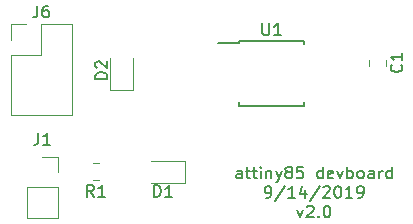
<source format=gbr>
G04 #@! TF.GenerationSoftware,KiCad,Pcbnew,(5.1.2)-1*
G04 #@! TF.CreationDate,2019-09-14T09:46:05-05:00*
G04 #@! TF.ProjectId,attiny-devboard,61747469-6e79-42d6-9465-76626f617264,rev?*
G04 #@! TF.SameCoordinates,Original*
G04 #@! TF.FileFunction,Legend,Top*
G04 #@! TF.FilePolarity,Positive*
%FSLAX46Y46*%
G04 Gerber Fmt 4.6, Leading zero omitted, Abs format (unit mm)*
G04 Created by KiCad (PCBNEW (5.1.2)-1) date 2019-09-14 09:46:05*
%MOMM*%
%LPD*%
G04 APERTURE LIST*
%ADD10C,0.150000*%
%ADD11C,0.120000*%
G04 APERTURE END LIST*
D10*
X132551302Y-93854260D02*
X132551302Y-93330451D01*
X132503683Y-93235213D01*
X132408445Y-93187594D01*
X132217969Y-93187594D01*
X132122731Y-93235213D01*
X132551302Y-93806641D02*
X132456064Y-93854260D01*
X132217969Y-93854260D01*
X132122731Y-93806641D01*
X132075112Y-93711403D01*
X132075112Y-93616165D01*
X132122731Y-93520927D01*
X132217969Y-93473308D01*
X132456064Y-93473308D01*
X132551302Y-93425689D01*
X132884636Y-93187594D02*
X133265588Y-93187594D01*
X133027493Y-92854260D02*
X133027493Y-93711403D01*
X133075112Y-93806641D01*
X133170350Y-93854260D01*
X133265588Y-93854260D01*
X133456064Y-93187594D02*
X133837017Y-93187594D01*
X133598921Y-92854260D02*
X133598921Y-93711403D01*
X133646540Y-93806641D01*
X133741779Y-93854260D01*
X133837017Y-93854260D01*
X134170350Y-93854260D02*
X134170350Y-93187594D01*
X134170350Y-92854260D02*
X134122731Y-92901880D01*
X134170350Y-92949499D01*
X134217969Y-92901880D01*
X134170350Y-92854260D01*
X134170350Y-92949499D01*
X134646540Y-93187594D02*
X134646540Y-93854260D01*
X134646540Y-93282832D02*
X134694160Y-93235213D01*
X134789398Y-93187594D01*
X134932255Y-93187594D01*
X135027493Y-93235213D01*
X135075112Y-93330451D01*
X135075112Y-93854260D01*
X135456064Y-93187594D02*
X135694160Y-93854260D01*
X135932255Y-93187594D02*
X135694160Y-93854260D01*
X135598921Y-94092356D01*
X135551302Y-94139975D01*
X135456064Y-94187594D01*
X136456064Y-93282832D02*
X136360826Y-93235213D01*
X136313207Y-93187594D01*
X136265588Y-93092356D01*
X136265588Y-93044737D01*
X136313207Y-92949499D01*
X136360826Y-92901880D01*
X136456064Y-92854260D01*
X136646540Y-92854260D01*
X136741779Y-92901880D01*
X136789398Y-92949499D01*
X136837017Y-93044737D01*
X136837017Y-93092356D01*
X136789398Y-93187594D01*
X136741779Y-93235213D01*
X136646540Y-93282832D01*
X136456064Y-93282832D01*
X136360826Y-93330451D01*
X136313207Y-93378070D01*
X136265588Y-93473308D01*
X136265588Y-93663784D01*
X136313207Y-93759022D01*
X136360826Y-93806641D01*
X136456064Y-93854260D01*
X136646540Y-93854260D01*
X136741779Y-93806641D01*
X136789398Y-93759022D01*
X136837017Y-93663784D01*
X136837017Y-93473308D01*
X136789398Y-93378070D01*
X136741779Y-93330451D01*
X136646540Y-93282832D01*
X137741779Y-92854260D02*
X137265588Y-92854260D01*
X137217969Y-93330451D01*
X137265588Y-93282832D01*
X137360826Y-93235213D01*
X137598921Y-93235213D01*
X137694160Y-93282832D01*
X137741779Y-93330451D01*
X137789398Y-93425689D01*
X137789398Y-93663784D01*
X137741779Y-93759022D01*
X137694160Y-93806641D01*
X137598921Y-93854260D01*
X137360826Y-93854260D01*
X137265588Y-93806641D01*
X137217969Y-93759022D01*
X139408445Y-93854260D02*
X139408445Y-92854260D01*
X139408445Y-93806641D02*
X139313207Y-93854260D01*
X139122731Y-93854260D01*
X139027493Y-93806641D01*
X138979874Y-93759022D01*
X138932255Y-93663784D01*
X138932255Y-93378070D01*
X138979874Y-93282832D01*
X139027493Y-93235213D01*
X139122731Y-93187594D01*
X139313207Y-93187594D01*
X139408445Y-93235213D01*
X140265588Y-93806641D02*
X140170350Y-93854260D01*
X139979874Y-93854260D01*
X139884636Y-93806641D01*
X139837017Y-93711403D01*
X139837017Y-93330451D01*
X139884636Y-93235213D01*
X139979874Y-93187594D01*
X140170350Y-93187594D01*
X140265588Y-93235213D01*
X140313207Y-93330451D01*
X140313207Y-93425689D01*
X139837017Y-93520927D01*
X140646540Y-93187594D02*
X140884636Y-93854260D01*
X141122731Y-93187594D01*
X141503683Y-93854260D02*
X141503683Y-92854260D01*
X141503683Y-93235213D02*
X141598921Y-93187594D01*
X141789398Y-93187594D01*
X141884636Y-93235213D01*
X141932255Y-93282832D01*
X141979874Y-93378070D01*
X141979874Y-93663784D01*
X141932255Y-93759022D01*
X141884636Y-93806641D01*
X141789398Y-93854260D01*
X141598921Y-93854260D01*
X141503683Y-93806641D01*
X142551302Y-93854260D02*
X142456064Y-93806641D01*
X142408445Y-93759022D01*
X142360826Y-93663784D01*
X142360826Y-93378070D01*
X142408445Y-93282832D01*
X142456064Y-93235213D01*
X142551302Y-93187594D01*
X142694160Y-93187594D01*
X142789398Y-93235213D01*
X142837017Y-93282832D01*
X142884636Y-93378070D01*
X142884636Y-93663784D01*
X142837017Y-93759022D01*
X142789398Y-93806641D01*
X142694160Y-93854260D01*
X142551302Y-93854260D01*
X143741779Y-93854260D02*
X143741779Y-93330451D01*
X143694160Y-93235213D01*
X143598921Y-93187594D01*
X143408445Y-93187594D01*
X143313207Y-93235213D01*
X143741779Y-93806641D02*
X143646540Y-93854260D01*
X143408445Y-93854260D01*
X143313207Y-93806641D01*
X143265588Y-93711403D01*
X143265588Y-93616165D01*
X143313207Y-93520927D01*
X143408445Y-93473308D01*
X143646540Y-93473308D01*
X143741779Y-93425689D01*
X144217969Y-93854260D02*
X144217969Y-93187594D01*
X144217969Y-93378070D02*
X144265588Y-93282832D01*
X144313207Y-93235213D01*
X144408445Y-93187594D01*
X144503683Y-93187594D01*
X145265588Y-93854260D02*
X145265588Y-92854260D01*
X145265588Y-93806641D02*
X145170350Y-93854260D01*
X144979874Y-93854260D01*
X144884636Y-93806641D01*
X144837017Y-93759022D01*
X144789398Y-93663784D01*
X144789398Y-93378070D01*
X144837017Y-93282832D01*
X144884636Y-93235213D01*
X144979874Y-93187594D01*
X145170350Y-93187594D01*
X145265588Y-93235213D01*
X134598921Y-95504260D02*
X134789398Y-95504260D01*
X134884636Y-95456641D01*
X134932255Y-95409022D01*
X135027493Y-95266165D01*
X135075112Y-95075689D01*
X135075112Y-94694737D01*
X135027493Y-94599499D01*
X134979874Y-94551880D01*
X134884636Y-94504260D01*
X134694160Y-94504260D01*
X134598921Y-94551880D01*
X134551302Y-94599499D01*
X134503683Y-94694737D01*
X134503683Y-94932832D01*
X134551302Y-95028070D01*
X134598921Y-95075689D01*
X134694160Y-95123308D01*
X134884636Y-95123308D01*
X134979874Y-95075689D01*
X135027493Y-95028070D01*
X135075112Y-94932832D01*
X136217969Y-94456641D02*
X135360826Y-95742356D01*
X137075112Y-95504260D02*
X136503683Y-95504260D01*
X136789398Y-95504260D02*
X136789398Y-94504260D01*
X136694160Y-94647118D01*
X136598921Y-94742356D01*
X136503683Y-94789975D01*
X137932255Y-94837594D02*
X137932255Y-95504260D01*
X137694160Y-94456641D02*
X137456064Y-95170927D01*
X138075112Y-95170927D01*
X139170350Y-94456641D02*
X138313207Y-95742356D01*
X139456064Y-94599499D02*
X139503683Y-94551880D01*
X139598921Y-94504260D01*
X139837017Y-94504260D01*
X139932255Y-94551880D01*
X139979874Y-94599499D01*
X140027493Y-94694737D01*
X140027493Y-94789975D01*
X139979874Y-94932832D01*
X139408445Y-95504260D01*
X140027493Y-95504260D01*
X140646540Y-94504260D02*
X140741779Y-94504260D01*
X140837017Y-94551880D01*
X140884636Y-94599499D01*
X140932255Y-94694737D01*
X140979874Y-94885213D01*
X140979874Y-95123308D01*
X140932255Y-95313784D01*
X140884636Y-95409022D01*
X140837017Y-95456641D01*
X140741779Y-95504260D01*
X140646540Y-95504260D01*
X140551302Y-95456641D01*
X140503683Y-95409022D01*
X140456064Y-95313784D01*
X140408445Y-95123308D01*
X140408445Y-94885213D01*
X140456064Y-94694737D01*
X140503683Y-94599499D01*
X140551302Y-94551880D01*
X140646540Y-94504260D01*
X141932255Y-95504260D02*
X141360826Y-95504260D01*
X141646540Y-95504260D02*
X141646540Y-94504260D01*
X141551302Y-94647118D01*
X141456064Y-94742356D01*
X141360826Y-94789975D01*
X142408445Y-95504260D02*
X142598921Y-95504260D01*
X142694160Y-95456641D01*
X142741779Y-95409022D01*
X142837017Y-95266165D01*
X142884636Y-95075689D01*
X142884636Y-94694737D01*
X142837017Y-94599499D01*
X142789398Y-94551880D01*
X142694160Y-94504260D01*
X142503683Y-94504260D01*
X142408445Y-94551880D01*
X142360826Y-94599499D01*
X142313207Y-94694737D01*
X142313207Y-94932832D01*
X142360826Y-95028070D01*
X142408445Y-95075689D01*
X142503683Y-95123308D01*
X142694160Y-95123308D01*
X142789398Y-95075689D01*
X142837017Y-95028070D01*
X142884636Y-94932832D01*
X137265588Y-96487594D02*
X137503683Y-97154260D01*
X137741779Y-96487594D01*
X138075112Y-96249499D02*
X138122731Y-96201880D01*
X138217969Y-96154260D01*
X138456064Y-96154260D01*
X138551302Y-96201880D01*
X138598921Y-96249499D01*
X138646540Y-96344737D01*
X138646540Y-96439975D01*
X138598921Y-96582832D01*
X138027493Y-97154260D01*
X138646540Y-97154260D01*
X139075112Y-97059022D02*
X139122731Y-97106641D01*
X139075112Y-97154260D01*
X139027493Y-97106641D01*
X139075112Y-97059022D01*
X139075112Y-97154260D01*
X139741779Y-96154260D02*
X139837017Y-96154260D01*
X139932255Y-96201880D01*
X139979874Y-96249499D01*
X140027493Y-96344737D01*
X140075112Y-96535213D01*
X140075112Y-96773308D01*
X140027493Y-96963784D01*
X139979874Y-97059022D01*
X139932255Y-97106641D01*
X139837017Y-97154260D01*
X139741779Y-97154260D01*
X139646540Y-97106641D01*
X139598921Y-97059022D01*
X139551302Y-96963784D01*
X139503683Y-96773308D01*
X139503683Y-96535213D01*
X139551302Y-96344737D01*
X139598921Y-96249499D01*
X139646540Y-96201880D01*
X139741779Y-96154260D01*
D11*
X144778800Y-83791048D02*
X144778800Y-84313552D01*
X143358800Y-83791048D02*
X143358800Y-84313552D01*
X124891400Y-94279600D02*
X127751400Y-94279600D01*
X127751400Y-94279600D02*
X127751400Y-92359600D01*
X127751400Y-92359600D02*
X124891400Y-92359600D01*
X120483152Y-94004200D02*
X119960648Y-94004200D01*
X120483152Y-92584200D02*
X119960648Y-92584200D01*
D10*
X132327200Y-82195300D02*
X132327200Y-82400300D01*
X137827200Y-82195300D02*
X137827200Y-82495300D01*
X137827200Y-87705300D02*
X137827200Y-87405300D01*
X132327200Y-87705300D02*
X132327200Y-87405300D01*
X132327200Y-82195300D02*
X137827200Y-82195300D01*
X132327200Y-87705300D02*
X137827200Y-87705300D01*
X132327200Y-82400300D02*
X130577200Y-82400300D01*
D11*
X114344140Y-94599760D02*
X117004140Y-94599760D01*
X114344140Y-94599760D02*
X114344140Y-97199760D01*
X114344140Y-97199760D02*
X117004140Y-97199760D01*
X117004140Y-94599760D02*
X117004140Y-97199760D01*
X117004140Y-91999760D02*
X117004140Y-93329760D01*
X115674140Y-91999760D02*
X117004140Y-91999760D01*
X112990320Y-80767880D02*
X114320320Y-80767880D01*
X112990320Y-82097880D02*
X112990320Y-80767880D01*
X115590320Y-80767880D02*
X118190320Y-80767880D01*
X115590320Y-83367880D02*
X115590320Y-80767880D01*
X112990320Y-83367880D02*
X115590320Y-83367880D01*
X118190320Y-80767880D02*
X118190320Y-88507880D01*
X112990320Y-83367880D02*
X112990320Y-88507880D01*
X112990320Y-88507880D02*
X118190320Y-88507880D01*
X121412120Y-83698840D02*
X121412120Y-86383840D01*
X121412120Y-86383840D02*
X123332120Y-86383840D01*
X123332120Y-86383840D02*
X123332120Y-83698840D01*
D10*
X146075942Y-84218966D02*
X146123561Y-84266585D01*
X146171180Y-84409442D01*
X146171180Y-84504680D01*
X146123561Y-84647538D01*
X146028323Y-84742776D01*
X145933085Y-84790395D01*
X145742609Y-84838014D01*
X145599752Y-84838014D01*
X145409276Y-84790395D01*
X145314038Y-84742776D01*
X145218800Y-84647538D01*
X145171180Y-84504680D01*
X145171180Y-84409442D01*
X145218800Y-84266585D01*
X145266419Y-84218966D01*
X146171180Y-83266585D02*
X146171180Y-83838014D01*
X146171180Y-83552300D02*
X145171180Y-83552300D01*
X145314038Y-83647538D01*
X145409276Y-83742776D01*
X145456895Y-83838014D01*
X125153304Y-95421980D02*
X125153304Y-94421980D01*
X125391400Y-94421980D01*
X125534257Y-94469600D01*
X125629495Y-94564838D01*
X125677114Y-94660076D01*
X125724733Y-94850552D01*
X125724733Y-94993409D01*
X125677114Y-95183885D01*
X125629495Y-95279123D01*
X125534257Y-95374361D01*
X125391400Y-95421980D01*
X125153304Y-95421980D01*
X126677114Y-95421980D02*
X126105685Y-95421980D01*
X126391400Y-95421980D02*
X126391400Y-94421980D01*
X126296161Y-94564838D01*
X126200923Y-94660076D01*
X126105685Y-94707695D01*
X120055233Y-95396580D02*
X119721900Y-94920390D01*
X119483804Y-95396580D02*
X119483804Y-94396580D01*
X119864757Y-94396580D01*
X119959995Y-94444200D01*
X120007614Y-94491819D01*
X120055233Y-94587057D01*
X120055233Y-94729914D01*
X120007614Y-94825152D01*
X119959995Y-94872771D01*
X119864757Y-94920390D01*
X119483804Y-94920390D01*
X121007614Y-95396580D02*
X120436185Y-95396580D01*
X120721900Y-95396580D02*
X120721900Y-94396580D01*
X120626661Y-94539438D01*
X120531423Y-94634676D01*
X120436185Y-94682295D01*
X134315295Y-80722680D02*
X134315295Y-81532204D01*
X134362914Y-81627442D01*
X134410533Y-81675061D01*
X134505771Y-81722680D01*
X134696247Y-81722680D01*
X134791485Y-81675061D01*
X134839104Y-81627442D01*
X134886723Y-81532204D01*
X134886723Y-80722680D01*
X135886723Y-81722680D02*
X135315295Y-81722680D01*
X135601009Y-81722680D02*
X135601009Y-80722680D01*
X135505771Y-80865538D01*
X135410533Y-80960776D01*
X135315295Y-81008395D01*
X115340806Y-90012140D02*
X115340806Y-90726426D01*
X115293187Y-90869283D01*
X115197949Y-90964521D01*
X115055092Y-91012140D01*
X114959854Y-91012140D01*
X116340806Y-91012140D02*
X115769378Y-91012140D01*
X116055092Y-91012140D02*
X116055092Y-90012140D01*
X115959854Y-90154998D01*
X115864616Y-90250236D01*
X115769378Y-90297855D01*
X115256986Y-79220260D02*
X115256986Y-79934546D01*
X115209367Y-80077403D01*
X115114129Y-80172641D01*
X114971272Y-80220260D01*
X114876034Y-80220260D01*
X116161748Y-79220260D02*
X115971272Y-79220260D01*
X115876034Y-79267880D01*
X115828415Y-79315499D01*
X115733177Y-79458356D01*
X115685558Y-79648832D01*
X115685558Y-80029784D01*
X115733177Y-80125022D01*
X115780796Y-80172641D01*
X115876034Y-80220260D01*
X116066510Y-80220260D01*
X116161748Y-80172641D01*
X116209367Y-80125022D01*
X116256986Y-80029784D01*
X116256986Y-79791689D01*
X116209367Y-79696451D01*
X116161748Y-79648832D01*
X116066510Y-79601213D01*
X115876034Y-79601213D01*
X115780796Y-79648832D01*
X115733177Y-79696451D01*
X115685558Y-79791689D01*
X121174500Y-85436935D02*
X120174500Y-85436935D01*
X120174500Y-85198840D01*
X120222120Y-85055982D01*
X120317358Y-84960744D01*
X120412596Y-84913125D01*
X120603072Y-84865506D01*
X120745929Y-84865506D01*
X120936405Y-84913125D01*
X121031643Y-84960744D01*
X121126881Y-85055982D01*
X121174500Y-85198840D01*
X121174500Y-85436935D01*
X120269739Y-84484554D02*
X120222120Y-84436935D01*
X120174500Y-84341697D01*
X120174500Y-84103601D01*
X120222120Y-84008363D01*
X120269739Y-83960744D01*
X120364977Y-83913125D01*
X120460215Y-83913125D01*
X120603072Y-83960744D01*
X121174500Y-84532173D01*
X121174500Y-83913125D01*
M02*

</source>
